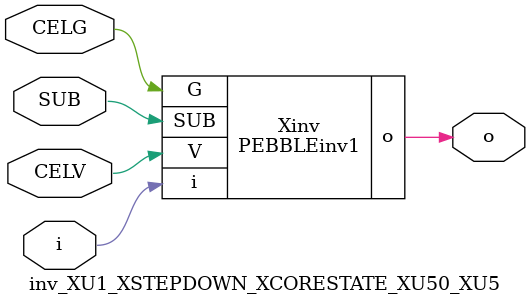
<source format=v>



module PEBBLEinv1 ( o, G, SUB, V, i );

  input V;
  input i;
  input G;
  output o;
  input SUB;
endmodule

//Celera Confidential Do Not Copy inv_XU1_XSTEPDOWN_XCORESTATE_XU50_XU5
//Celera Confidential Symbol Generator
//5V Inverter
module inv_XU1_XSTEPDOWN_XCORESTATE_XU50_XU5 (CELV,CELG,i,o,SUB);
input CELV;
input CELG;
input i;
input SUB;
output o;

//Celera Confidential Do Not Copy inv
PEBBLEinv1 Xinv(
.V (CELV),
.i (i),
.o (o),
.SUB (SUB),
.G (CELG)
);
//,diesize,PEBBLEinv1

//Celera Confidential Do Not Copy Module End
//Celera Schematic Generator
endmodule

</source>
